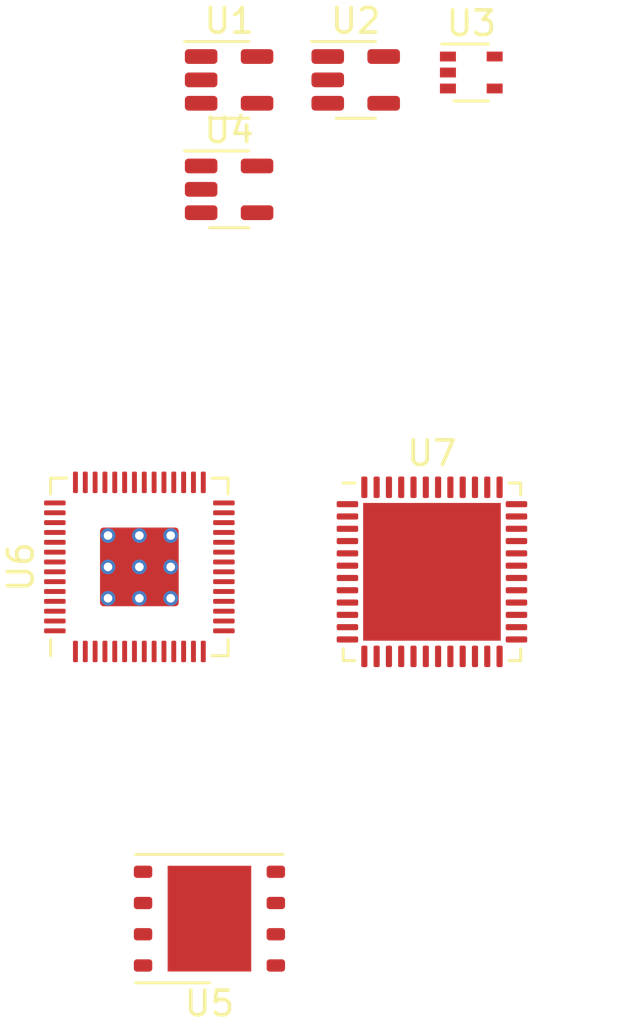
<source format=kicad_pcb>
(kicad_pcb (version 20211014) (generator pcbnew)
  (layers (0 "F.Cu" signal) (31 "B.Cu" signal) (34 "B.Paste" user) (35 "F.Paste" user) (36 "B.SilkS" user "B.Silkscreen") (37 "F.SilkS" user "F.Silkscreen") (38 "B.Mask" user) (39 "F.Mask" user) (44 "Edge.Cuts" user))
  (net 0 "")
  (net 1 "+3V3")
  (net 2 "GND")
  (net 3 "/Power supplies/VBUS")
  (net 5 "+2V5")
  (net 7 "+1V8")
  (net 9 "+1V2")
  (net 10 "/RP2040/CDONE")
  (net 11 "/Flash/SPI_ICE_SD1")
  (net 12 "/Flash/SPI_CLK_ICE")
  (net 13 "/Flash/SPI_~{CS}_ICE")
  (net 14 "/Flash/SPI_ICE_SD0")
  (net 15 "/RP2040/DQ1")
  (net 16 "/RP2040/DQ0")
  (net 17 "/RP2040/DQ3")
  (net 18 "/RP2040/DQ2")
  (net 19 "/RP2040/DQ4")
  (net 20 "/RP2040/DQ5")
  (net 21 "/RP2040/DQ6")
  (net 22 "/RP2040/DQ7")
  (net 23 "/IO/ICELED0")
  (net 24 "/IO/ICELED1")
  (net 25 "/IO/ICELED2")
  (net 26 "/Flash/SPI_~{CS}_RP")
  (net 27 "/Flash/SPI_CLK_RP")
  (net 28 "/RP2040/DP")
  (net 29 "/RP2040/DM")
  (net 30 "/IO/RPADC3")
  (net 31 "/IO/RPADC2")
  (net 32 "/IO/RPADC1")
  (net 33 "/IO/RPADC0")
  (net 34 "/IO/RX")
  (net 35 "/IO/TX")
  (net 36 "/IO/~{RESET}")
  (net 37 "/IO/SWDIO")
  (net 38 "/IO/SWCLK")
  (net 39 "/iCE40/R2IRQ")
  (net 40 "/iCE40/R2IACK")
  (net 41 "/iCE40/I2RRQ")
  (net 42 "/iCE40/I2RACK")
  (net 43 "/RP2040/R2IRQ")
  (net 44 "/RP2040/~{CRESET}")
  (net 45 "/RP2040/R2IACK")
  (net 46 "/RP2040/I2RRQ")
  (net 47 "/RP2040/I2RACK")
  (net 48 "/IO/RPIO7")
  (net 49 "/IO/RPIO6")
  (net 50 "/IO/RPIO5")
  (net 51 "/IO/RPIO4")
  (net 52 "/IO/RPIO3")
  (net 53 "/IO/RPIO2")
  (net 54 "/IO/RPIO1")
  (net 55 "/IO/RPIO0")
  (net 56 "/IO/RPLED1")
  (net 57 "/IO/RPLED0")
  (net 58 "/RP2040/DVDD")
  (net 59 "/RP2040/VREG_OUT")
  (net 60 "/RP2040/VREG_IN")
  (net 61 "/RP2040/XOUT")
  (net 62 "/RP2040/XIN")
  (net 63 "/RP2040/IOVDD")
  (net 64 "/RP2040/USB_VDD")
  (net 65 "/RP2040/ADC_VDD")
  (net 66 "/iCE40/ICEVCC")
  (net 67 "/iCE40/ICEIO0")
  (net 68 "/iCE40/ICEIO2")
  (net 69 "/iCE40/ICEIO5")
  (net 70 "/iCE40/ICEIO4")
  (net 71 "/iCE40/ICEIO3")
  (net 72 "/iCE40/ICEIO1")
  (net 73 "/iCE40/ICELVIO1")
  (net 74 "/iCE40/VPP_2V5")
  (net 75 "/iCE40/ICELVIO0")
  (net 76 "/iCE40/ICELVIO3")
  (net 77 "/iCE40/ICELVIO2")
  (net 78 "/iCE40/ICELVIO4")
  (net 79 "/iCE40/VCCPLL")
  (net 80 "/iCE40/ICELVIO5")
  (net 81 "/iCE40/ICELVIO6")
  (net 82 "/iCE40/VDD_LVIO")
  (net 83 "/iCE40/ICELVIO7")
  (net 84 "/iCE40/ICELVIO9")
  (net 85 "/iCE40/ICELVIO10")
  (net 86 "/iCE40/ICELVIO8")
  (net 87 "/iCE40/ICELVIO12")
  (net 88 "/iCE40/ICELVIO13")
  (net 89 "/iCE40/ICELVIO11")
  (net 90 "/iCE40/ICERST")
  (net 91 "/Flash/~{CS}")
  (net 92 "/Flash/DO{slash}1")
  (net 93 "/Flash/IO2")
  (net 94 "/Flash/DI{slash}0")
  (net 95 "/Flash/CLK")
  (net 96 "/Flash/IO3")
  (net 97 "/Flash/SPI_RP_SD1")
  (net 98 "/Flash/SPI_RP_SD2")
  (net 99 "/Flash/SPI_RP_SD0")
  (net 100 "/Flash/SPI_RP_SD3")
  (footprint "Package_TO_SOT_SMD:SOT-353_SC-70-5" (layer "F.Cu") (at 125 81.4)
    (fp_text reference "U3" (at 0 -2) (layer "F.SilkS"))
    (fp_text value "MIC5366-1.8YC5")
    (fp_line (start 0.7 -1.16) (end -1.2 -1.16) (layer "F.SilkS") (width 0.12))
    (fp_line (start -0.7 1.16) (end 0.7 1.16) (layer "F.SilkS") (width 0.12))
    (pad "1" smd rect (at -0.95 -0.65) (size 0.65 0.4) (layers "F.Cu" "F.Paste" "F.Mask") (net 1 "+3V3"))
    (pad "2" smd rect (at -0.95 0) (size 0.65 0.4) (layers "F.Cu" "F.Paste" "F.Mask") (net 2 "GND"))
    (pad "3" smd rect (at -0.95 0.65) (size 0.65 0.4) (layers "F.Cu" "F.Paste" "F.Mask") (net 1 "+3V3"))
    (pad "4" smd rect (at 0.95 0.65) (size 0.65 0.4) (layers "F.Cu" "F.Paste" "F.Mask"))
    (pad "5" smd rect (at 0.95 -0.65) (size 0.65 0.4) (layers "F.Cu" "F.Paste" "F.Mask") (net 7 "+1V8"))
  )
  (footprint "MCU_RaspberryPi_and_Boards:RP2040-QFN-56" (layer "F.Cu") (at 111.5 101.5 90)
    (fp_text reference "U6" (at 0 -4.82 90) (layer "F.SilkS"))
    (fp_text value "RP2040")
    (fp_line (start -3.61 3.61) (end -3.61 2.96) (layer "F.SilkS") (width 0.12))
    (fp_line (start 2.96 -3.61) (end 3.61 -3.61) (layer "F.SilkS") (width 0.12))
    (fp_line (start 2.96 3.61) (end 3.61 3.61) (layer "F.SilkS") (width 0.12))
    (fp_line (start 3.61 3.61) (end 3.61 2.96) (layer "F.SilkS") (width 0.12))
    (fp_line (start -2.96 3.61) (end -3.61 3.61) (layer "F.SilkS") (width 0.12))
    (fp_line (start -2.96 -3.61) (end -3.61 -3.61) (layer "F.SilkS") (width 0.12))
    (fp_line (start 3.61 -3.61) (end 3.61 -2.96) (layer "F.SilkS") (width 0.12))
    (pad "1" smd roundrect locked (at -3.4375 -2.6 90) (size 0.875 0.2) (layers "F.Cu" "F.Paste" "F.Mask") (net 63 "/RP2040/IOVDD"))
    (pad "2" smd roundrect locked (at -3.4375 -2.2 90) (size 0.875 0.2) (layers "F.Cu" "F.Paste" "F.Mask") (net 35 "/IO/TX"))
    (pad "3" smd roundrect locked (at -3.4375 -1.8 90) (size 0.875 0.2) (layers "F.Cu" "F.Paste" "F.Mask") (net 34 "/IO/RX"))
    (pad "4" smd roundrect locked (at -3.4375 -1.4 90) (size 0.875 0.2) (layers "F.Cu" "F.Paste" "F.Mask") (net 55 "/IO/RPIO0"))
    (pad "5" smd roundrect locked (at -3.4375 -1 90) (size 0.875 0.2) (layers "F.Cu" "F.Paste" "F.Mask") (net 54 "/IO/RPIO1"))
    (pad "6" smd roundrect locked (at -3.4375 -0.6 90) (size 0.875 0.2) (layers "F.Cu" "F.Paste" "F.Mask") (net 53 "/IO/RPIO2"))
    (pad "7" smd roundrect locked (at -3.4375 -0.2 90) (size 0.875 0.2) (layers "F.Cu" "F.Paste" "F.Mask") (net 52 "/IO/RPIO3"))
    (pad "8" smd roundrect locked (at -3.4375 0.2 90) (size 0.875 0.2) (layers "F.Cu" "F.Paste" "F.Mask") (net 51 "/IO/RPIO4"))
    (pad "9" smd roundrect locked (at -3.4375 0.6 90) (size 0.875 0.2) (layers "F.Cu" "F.Paste" "F.Mask") (net 50 "/IO/RPIO5"))
    (pad "10" smd roundrect locked (at -3.4375 1 90) (size 0.875 0.2) (layers "F.Cu" "F.Paste" "F.Mask") (net 63 "/RP2040/IOVDD"))
    (pad "11" smd roundrect locked (at -3.4375 1.4 90) (size 0.875 0.2) (layers "F.Cu" "F.Paste" "F.Mask") (net 49 "/IO/RPIO6"))
    (pad "12" smd roundrect locked (at -3.4375 1.8 90) (size 0.875 0.2) (layers "F.Cu" "F.Paste" "F.Mask") (net 48 "/IO/RPIO7"))
    (pad "13" smd roundrect locked (at -3.4375 2.2 90) (size 0.875 0.2) (layers "F.Cu" "F.Paste" "F.Mask") (net 47 "/RP2040/I2RACK"))
    (pad "14" smd roundrect locked (at -3.4375 2.6 90) (size 0.875 0.2) (layers "F.Cu" "F.Paste" "F.Mask") (net 46 "/RP2040/I2RRQ"))
    (pad "15" smd roundrect locked (at -2.6 3.4375 90) (size 0.2 0.875) (layers "F.Cu" "F.Paste" "F.Mask") (net 45 "/RP2040/R2IACK"))
    (pad "16" smd roundrect locked (at -2.2 3.4375 90) (size 0.2 0.875) (layers "F.Cu" "F.Paste" "F.Mask") (net 44 "/RP2040/~{CRESET}"))
    (pad "17" smd roundrect locked (at -1.8 3.4375 90) (size 0.2 0.875) (layers "F.Cu" "F.Paste" "F.Mask") (net 10 "/RP2040/CDONE"))
    (pad "18" smd roundrect locked (at -1.4 3.4375 90) (size 0.2 0.875) (layers "F.Cu" "F.Paste" "F.Mask") (net 43 "/RP2040/R2IRQ"))
    (pad "19" smd roundrect locked (at -1 3.4375 90) (size 0.2 0.875) (layers "F.Cu" "F.Paste" "F.Mask") (net 2 "GND"))
    (pad "20" smd roundrect locked (at -0.6 3.4375 90) (size 0.2 0.875) (layers "F.Cu" "F.Paste" "F.Mask") (net 62 "/RP2040/XIN"))
    (pad "21" smd roundrect locked (at -0.2 3.4375 90) (size 0.2 0.875) (layers "F.Cu" "F.Paste" "F.Mask") (net 61 "/RP2040/XOUT"))
    (pad "22" smd roundrect locked (at 0.2 3.4375 90) (size 0.2 0.875) (layers "F.Cu" "F.Paste" "F.Mask") (net 63 "/RP2040/IOVDD"))
    (pad "23" smd roundrect locked (at 0.6 3.4375 90) (size 0.2 0.875) (layers "F.Cu" "F.Paste" "F.Mask") (net 58 "/RP2040/DVDD"))
    (pad "24" smd roundrect locked (at 1 3.4375 90) (size 0.2 0.875) (layers "F.Cu" "F.Paste" "F.Mask") (net 38 "/IO/SWCLK"))
    (pad "25" smd roundrect locked (at 1.4 3.4375 90) (size 0.2 0.875) (layers "F.Cu" "F.Paste" "F.Mask") (net 37 "/IO/SWDIO"))
    (pad "26" smd roundrect locked (at 1.8 3.4375 90) (size 0.2 0.875) (layers "F.Cu" "F.Paste" "F.Mask") (net 36 "/IO/~{RESET}"))
    (pad "27" smd roundrect locked (at 2.2 3.4375 90) (size 0.2 0.875) (layers "F.Cu" "F.Paste" "F.Mask") (net 16 "/RP2040/DQ0"))
    (pad "28" smd roundrect locked (at 2.6 3.4375 90) (size 0.2 0.875) (layers "F.Cu" "F.Paste" "F.Mask") (net 15 "/RP2040/DQ1"))
    (pad "29" smd roundrect locked (at 3.4375 2.6 90) (size 0.875 0.2) (layers "F.Cu" "F.Paste" "F.Mask") (net 18 "/RP2040/DQ2"))
    (pad "30" smd roundrect locked (at 3.4375 2.2 90) (size 0.875 0.2) (layers "F.Cu" "F.Paste" "F.Mask") (net 17 "/RP2040/DQ3"))
    (pad "31" smd roundrect locked (at 3.4375 1.8 90) (size 0.875 0.2) (layers "F.Cu" "F.Paste" "F.Mask") (net 19 "/RP2040/DQ4"))
    (pad "32" smd roundrect locked (at 3.4375 1.4 90) (size 0.875 0.2) (layers "F.Cu" "F.Paste" "F.Mask") (net 20 "/RP2040/DQ5"))
    (pad "33" smd roundrect locked (at 3.4375 1 90) (size 0.875 0.2) (layers "F.Cu" "F.Paste" "F.Mask") (net 63 "/RP2040/IOVDD"))
    (pad "34" smd roundrect locked (at 3.4375 0.6 90) (size 0.875 0.2) (layers "F.Cu" "F.Paste" "F.Mask") (net 21 "/RP2040/DQ6"))
    (pad "35" smd roundrect locked (at 3.4375 0.2 90) (size 0.875 0.2) (layers "F.Cu" "F.Paste" "F.Mask") (net 22 "/RP2040/DQ7"))
    (pad "36" smd roundrect locked (at 3.4375 -0.2 90) (size 0.875 0.2) (layers "F.Cu" "F.Paste" "F.Mask") (net 57 "/IO/RPLED0"))
    (pad "37" smd roundrect locked (at 3.4375 -0.6 90) (size 0.875 0.2) (layers "F.Cu" "F.Paste" "F.Mask") (net 56 "/IO/RPLED1"))
    (pad "38" smd roundrect locked (at 3.4375 -1 90) (size 0.875 0.2) (layers "F.Cu" "F.Paste" "F.Mask") (net 33 "/IO/RPADC0"))
    (pad "39" smd roundrect locked (at 3.4375 -1.4 90) (size 0.875 0.2) (layers "F.Cu" "F.Paste" "F.Mask") (net 32 "/IO/RPADC1"))
    (pad "40" smd roundrect locked (at 3.4375 -1.8 90) (size 0.875 0.2) (layers "F.Cu" "F.Paste" "F.Mask") (net 31 "/IO/RPADC2"))
    (pad "41" smd roundrect locked (at 3.4375 -2.2 90) (size 0.875 0.2) (layers "F.Cu" "F.Paste" "F.Mask") (net 30 "/IO/RPADC3"))
    (pad "42" smd roundrect locked (at 3.4375 -2.6 90) (size 0.875 0.2) (layers "F.Cu" "F.Paste" "F.Mask") (net 63 "/RP2040/IOVDD"))
    (pad "43" smd roundrect locked (at 2.6 -3.4375 90) (size 0.2 0.875) (layers "F.Cu" "F.Paste" "F.Mask") (net 65 "/RP2040/ADC_VDD"))
    (pad "44" smd roundrect locked (at 2.2 -3.4375 90) (size 0.2 0.875) (layers "F.Cu" "F.Paste" "F.Mask") (net 60 "/RP2040/VREG_IN"))
    (pad "45" smd roundrect locked (at 1.8 -3.4375 90) (size 0.2 0.875) (layers "F.Cu" "F.Paste" "F.Mask") (net 59 "/RP2040/VREG_OUT"))
    (pad "46" smd roundrect locked (at 1.4 -3.4375 90) (size 0.2 0.875) (layers "F.Cu" "F.Paste" "F.Mask") (net 29 "/RP2040/DM"))
    (pad "47" smd roundrect locked (at 1 -3.4375 90) (size 0.2 0.875) (layers "F.Cu" "F.Paste" "F.Mask") (net 28 "/RP2040/DP"))
    (pad "48" smd roundrect locked (at 0.6 -3.4375 90) (size 0.2 0.875) (layers "F.Cu" "F.Paste" "F.Mask") (net 64 "/RP2040/USB_VDD"))
    (pad "49" smd roundrect locked (at 0.2 -3.4375 90) (size 0.2 0.875) (layers "F.Cu" "F.Paste" "F.Mask") (net 63 "/RP2040/IOVDD"))
    (pad "50" smd roundrect locked (at -0.2 -3.4375 90) (size 0.2 0.875) (layers "F.Cu" "F.Paste" "F.Mask") (net 58 "/RP2040/DVDD"))
    (pad "51" smd roundrect locked (at -0.6 -3.4375 90) (size 0.2 0.875) (layers "F.Cu" "F.Paste" "F.Mask") (net 100 "/Flash/SPI_RP_SD3"))
    (pad "52" smd roundrect locked (at -1 -3.4375 90) (size 0.2 0.875) (layers "F.Cu" "F.Paste" "F.Mask") (net 27 "/Flash/SPI_CLK_RP"))
    (pad "53" smd roundrect locked (at -1.4 -3.4375 90) (size 0.2 0.875) (layers "F.Cu" "F.Paste" "F.Mask") (net 99 "/Flash/SPI_RP_SD0"))
    (pad "54" smd roundrect locked (at -1.8 -3.4375 90) (size 0.2 0.875) (layers "F.Cu" "F.Paste" "F.Mask") (net 98 "/Flash/SPI_RP_SD2"))
    (pad "55" smd roundrect locked (at -2.2 -3.4375 90) (size 0.2 0.875) (layers "F.Cu" "F.Paste" "F.Mask") (net 97 "/Flash/SPI_RP_SD1"))
    (pad "56" smd roundrect locked (at -2.6 -3.4375 90) (size 0.2 0.875) (layers "F.Cu" "F.Paste" "F.Mask") (net 26 "/Flash/SPI_~{CS}_RP"))
    (pad "57" thru_hole circle locked (at 1.275 1.275 90) (size 0.6 0.6) (drill 0.35) (layers *.Cu) (net 2 "GND"))
    (pad "57" thru_hole circle locked (at 1.275 -1.275 90) (size 0.6 0.6) (drill 0.35) (layers *.Cu) (net 2 "GND"))
    (pad "57" thru_hole circle locked (at 0 -1.275 90) (size 0.6 0.6) (drill 0.35) (layers *.Cu) (net 2 "GND"))
    (pad "57" thru_hole circle locked (at -1.275 0 90) (size 0.6 0.6) (drill 0.35) (layers *.Cu) (net 2 "GND"))
    (pad "57" thru_hole circle locked (at -1.275 -1.275 90) (size 0.6 0.6) (drill 0.35) (layers *.Cu) (net 2 "GND"))
    (pad "57" smd roundrect locked (at 0 0 90) (size 3.2 3.2) (layers "F.Cu" "F.Mask") (roundrect_rratio 0.045) (net 2 "GND"))
    (pad "57" thru_hole circle locked (at 0 0 90) (size 0.6 0.6) (drill 0.35) (layers *.Cu) (net 2 "GND"))
    (pad "57" thru_hole circle locked (at -1.275 1.275 90) (size 0.6 0.6) (drill 0.35) (layers *.Cu) (net 2 "GND"))
    (pad "57" thru_hole circle locked (at 0 1.275 90) (size 0.6 0.6) (drill 0.35) (layers *.Cu) (net 2 "GND"))
    (pad "57" thru_hole circle locked (at 1.275 0 90) (size 0.6 0.6) (drill 0.35) (layers *.Cu) (net 2 "GND"))
  )
  (footprint "Package_DFN_QFN:QFN-48-1EP_7x7mm_P0.5mm_EP5.6x5.6mm" (layer "F.Cu") (at 123.4 101.7)
    (fp_text reference "U7" (at 0 -4.82) (layer "F.SilkS"))
    (fp_text value "ICE5LP1K-SG48")
    (fp_line (start 3.135 3.61) (end 3.61 3.61) (layer "F.SilkS") (width 0.12))
    (fp_line (start -3.135 3.61) (end -3.61 3.61) (layer "F.SilkS") (width 0.12))
    (fp_line (start 3.61 3.61) (end 3.61 3.135) (layer "F.SilkS") (width 0.12))
    (fp_line (start -3.135 -3.61) (end -3.61 -3.61) (layer "F.SilkS") (width 0.12))
    (fp_line (start 3.61 -3.61) (end 3.61 -3.135) (layer "F.SilkS") (width 0.12))
    (fp_line (start -3.61 3.61) (end -3.61 3.135) (layer "F.SilkS") (width 0.12))
    (fp_line (start 3.135 -3.61) (end 3.61 -3.61) (layer "F.SilkS") (width 0.12))
    (pad "1" smd roundrect (at -3.4375 -2.75) (size 0.875 0.25) (layers "F.Cu" "F.Paste" "F.Mask") (net 1 "+3V3"))
    (pad "2" smd roundrect (at -3.4375 -2.25) (size 0.875 0.25) (layers "F.Cu" "F.Paste" "F.Mask") (net 18 "/RP2040/DQ2"))
    (pad "3" smd roundrect (at -3.4375 -1.75) (size 0.875 0.25) (layers "F.Cu" "F.Paste" "F.Mask") (net 15 "/RP2040/DQ1"))
    (pad "4" smd roundrect (at -3.4375 -1.25) (size 0.875 0.25) (layers "F.Cu" "F.Paste" "F.Mask") (net 16 "/RP2040/DQ0"))
    (pad "5" smd roundrect (at -3.4375 -0.75) (size 0.875 0.25) (layers "F.Cu" "F.Paste" "F.Mask") (net 66 "/iCE40/ICEVCC"))
    (pad "6" smd roundrect (at -3.4375 -0.25) (size 0.875 0.25) (layers "F.Cu" "F.Paste" "F.Mask") (net 39 "/iCE40/R2IRQ"))
    (pad "7" smd roundrect (at -3.4375 0.25) (size 0.875 0.25) (layers "F.Cu" "F.Paste" "F.Mask") (net 10 "/RP2040/CDONE"))
    (pad "8" smd roundrect (at -3.4375 0.75) (size 0.875 0.25) (layers "F.Cu" "F.Paste" "F.Mask") (net 90 "/iCE40/ICERST"))
    (pad "9" smd roundrect (at -3.4375 1.25) (size 0.875 0.25) (layers "F.Cu" "F.Paste" "F.Mask") (net 40 "/iCE40/R2IACK"))
    (pad "10" smd roundrect (at -3.4375 1.75) (size 0.875 0.25) (layers "F.Cu" "F.Paste" "F.Mask") (net 41 "/iCE40/I2RRQ"))
    (pad "11" smd roundrect (at -3.4375 2.25) (size 0.875 0.25) (layers "F.Cu" "F.Paste" "F.Mask") (net 42 "/iCE40/I2RACK"))
    (pad "12" smd roundrect (at -3.4375 2.75) (size 0.875 0.25) (layers "F.Cu" "F.Paste" "F.Mask") (net 67 "/iCE40/ICEIO0"))
    (pad "13" smd roundrect (at -2.75 3.4375) (size 0.25 0.875) (layers "F.Cu" "F.Paste" "F.Mask") (net 72 "/iCE40/ICEIO1"))
    (pad "14" smd roundrect (at -2.25 3.4375) (size 0.25 0.875) (layers "F.Cu" "F.Paste" "F.Mask") (net 11 "/Flash/SPI_ICE_SD1"))
    (pad "15" smd roundrect (at -1.75 3.4375) (size 0.25 0.875) (layers "F.Cu" "F.Paste" "F.Mask") (net 12 "/Flash/SPI_CLK_ICE"))
    (pad "16" smd roundrect (at -1.25 3.4375) (size 0.25 0.875) (layers "F.Cu" "F.Paste" "F.Mask") (net 13 "/Flash/SPI_~{CS}_ICE"))
    (pad "17" smd roundrect (at -0.75 3.4375) (size 0.25 0.875) (layers "F.Cu" "F.Paste" "F.Mask") (net 14 "/Flash/SPI_ICE_SD0"))
    (pad "18" smd roundrect (at -0.25 3.4375) (size 0.25 0.875) (layers "F.Cu" "F.Paste" "F.Mask") (net 68 "/iCE40/ICEIO2"))
    (pad "19" smd roundrect (at 0.25 3.4375) (size 0.25 0.875) (layers "F.Cu" "F.Paste" "F.Mask") (net 71 "/iCE40/ICEIO3"))
    (pad "20" smd roundrect (at 0.75 3.4375) (size 0.25 0.875) (layers "F.Cu" "F.Paste" "F.Mask") (net 70 "/iCE40/ICEIO4"))
    (pad "21" smd roundrect (at 1.25 3.4375) (size 0.25 0.875) (layers "F.Cu" "F.Paste" "F.Mask") (net 69 "/iCE40/ICEIO5"))
    (pad "22" smd roundrect (at 1.75 3.4375) (size 0.25 0.875) (layers "F.Cu" "F.Paste" "F.Mask") (net 1 "+3V3"))
    (pad "23" smd roundrect (at 2.25 3.4375) (size 0.25 0.875) (layers "F.Cu" "F.Paste" "F.Mask") (net 75 "/iCE40/ICELVIO0"))
    (pad "24" smd roundrect (at 2.75 3.4375) (size 0.25 0.875) (layers "F.Cu" "F.Paste" "F.Mask") (net 74 "/iCE40/VPP_2V5"))
    (pad "25" smd roundrect (at 3.4375 2.75) (size 0.875 0.25) (layers "F.Cu" "F.Paste" "F.Mask") (net 73 "/iCE40/ICELVIO1"))
    (pad "26" smd roundrect (at 3.4375 2.25) (size 0.875 0.25) (layers "F.Cu" "F.Paste" "F.Mask") (net 77 "/iCE40/ICELVIO2"))
    (pad "27" smd roundrect (at 3.4375 1.75) (size 0.875 0.25) (layers "F.Cu" "F.Paste" "F.Mask") (net 76 "/iCE40/ICELVIO3"))
    (pad "28" smd roundrect (at 3.4375 1.25) (size 0.875 0.25) (layers "F.Cu" "F.Paste" "F.Mask") (net 78 "/iCE40/ICELVIO4"))
    (pad "29" smd roundrect (at 3.4375 0.75) (size 0.875 0.25) (layers "F.Cu" "F.Paste" "F.Mask") (net 79 "/iCE40/VCCPLL"))
    (pad "30" smd roundrect (at 3.4375 0.25) (size 0.875 0.25) (layers "F.Cu" "F.Paste" "F.Mask") (net 66 "/iCE40/ICEVCC"))
    (pad "31" smd roundrect (at 3.4375 -0.25) (size 0.875 0.25) (layers "F.Cu" "F.Paste" "F.Mask") (net 80 "/iCE40/ICELVIO5"))
    (pad "32" smd roundrect (at 3.4375 -0.75) (size 0.875 0.25) (layers "F.Cu" "F.Paste" "F.Mask") (net 81 "/iCE40/ICELVIO6"))
    (pad "33" smd roundrect (at 3.4375 -1.25) (size 0.875 0.25) (layers "F.Cu" "F.Paste" "F.Mask") (net 82 "/iCE40/VDD_LVIO"))
    (pad "34" smd roundrect (at 3.4375 -1.75) (size 0.875 0.25) (layers "F.Cu" "F.Paste" "F.Mask") (net 83 "/iCE40/ICELVIO7"))
    (pad "35" smd roundrect (at 3.4375 -2.25) (size 0.875 0.25) (layers "F.Cu" "F.Paste" "F.Mask") (net 86 "/iCE40/ICELVIO8"))
    (pad "36" smd roundrect (at 3.4375 -2.75) (size 0.875 0.25) (layers "F.Cu" "F.Paste" "F.Mask") (net 84 "/iCE40/ICELVIO9"))
    (pad "37" smd roundrect (at 2.75 -3.4375) (size 0.25 0.875) (layers "F.Cu" "F.Paste" "F.Mask") (net 85 "/iCE40/ICELVIO10"))
    (pad "38" smd roundrect (at 2.25 -3.4375) (size 0.25 0.875) (layers "F.Cu" "F.Paste" "F.Mask") (net 89 "/iCE40/ICELVIO11"))
    (pad "39" smd roundrect (at 1.75 -3.4375) (size 0.25 0.875) (layers "F.Cu" "F.Paste" "F.Mask") (net 23 "/IO/ICELED0"))
    (pad "40" smd roundrect (at 1.25 -3.4375) (size 0.25 0.875) (layers "F.Cu" "F.Paste" "F.Mask") (net 24 "/IO/ICELED1"))
    (pad "41" smd roundrect (at 0.75 -3.4375) (size 0.25 0.875) (layers "F.Cu" "F.Paste" "F.Mask") (net 25 "/IO/ICELED2"))
    (pad "42" smd roundrect (at 0.25 -3.4375) (size 0.25 0.875) (layers "F.Cu" "F.Paste" "F.Mask") (net 87 "/iCE40/ICELVIO12"))
    (pad "43" smd roundrect (at -0.25 -3.4375) (size 0.25 0.875) (layers "F.Cu" "F.Paste" "F.Mask") (net 88 "/iCE40/ICELVIO13"))
    (pad "44" smd roundrect (at -0.75 -3.4375) (size 0.25 0.875) (layers "F.Cu" "F.Paste" "F.Mask") (net 22 "/RP2040/DQ7"))
    (pad "45" smd roundrect (at -1.25 -3.4375) (size 0.25 0.875) (layers "F.Cu" "F.Paste" "F.Mask") (net 21 "/RP2040/DQ6"))
    (pad "46" smd roundrect (at -1.75 -3.4375) (size 0.25 0.875) (layers "F.Cu" "F.Paste" "F.Mask") (net 20 "/RP2040/DQ5"))
    (pad "47" smd roundrect (at -2.25 -3.4375) (size 0.25 0.875) (layers "F.Cu" "F.Paste" "F.Mask") (net 19 "/RP2040/DQ4"))
    (pad "48" smd roundrect (at -2.75 -3.4375) (size 0.25 0.875) (layers "F.Cu" "F.Paste" "F.Mask") (net 17 "/RP2040/DQ3"))
    (pad "49" smd rect (at 0 0) (size 5.6 5.6) (layers "F.Cu" "F.Mask") (net 2 "GND"))
  )
  (footprint "Package_TO_SOT_SMD:SOT-23-5" (layer "F.Cu") (at 115.15 81.7)
    (fp_text reference "U1" (at 0 -2.4) (layer "F.SilkS"))
    (fp_text value "AP2112K-3.3")
    (fp_line (start 0 -1.56) (end 0.8 -1.56) (layer "F.SilkS") (width 0.12))
    (fp_line (start 0 -1.56) (end -1.8 -1.56) (layer "F.SilkS") (width 0.12))
    (fp_line (start 0 1.56) (end 0.8 1.56) (layer "F.SilkS") (width 0.12))
    (fp_line (start 0 1.56) (end -0.8 1.56) (layer "F.SilkS") (width 0.12))
    (pad "1" smd roundrect (at -1.1375 -0.95) (size 1.325 0.6) (layers "F.Cu" "F.Paste" "F.Mask") (net 3 "/Power supplies/VBUS"))
    (pad "2" smd roundrect (at -1.1375 0) (size 1.325 0.6) (layers "F.Cu" "F.Paste" "F.Mask") (net 2 "GND"))
    (pad "3" smd roundrect (at -1.1375 0.95) (size 1.325 0.6) (layers "F.Cu" "F.Paste" "F.Mask") (net 3 "/Power supplies/VBUS"))
    (pad "4" smd roundrect (at 1.1375 0.95) (size 1.325 0.6) (layers "F.Cu" "F.Paste" "F.Mask"))
    (pad "5" smd roundrect (at 1.1375 -0.95) (size 1.325 0.6) (layers "F.Cu" "F.Paste" "F.Mask") (net 1 "+3V3"))
  )
  (footprint "Package_TO_SOT_SMD:TSOT-23-5" (layer "F.Cu") (at 120.3 81.7)
    (fp_text reference "U2" (at 0 -2.4) (layer "F.SilkS"))
    (fp_text value "NCP115ASN250T2G")
    (fp_line (start 0 1.56) (end 0.8 1.56) (layer "F.SilkS") (width 0.12))
    (fp_line (start 0 -1.56) (end 0.8 -1.56) (layer "F.SilkS") (width 0.12))
    (fp_line (start 0 1.56) (end -0.8 1.56) (layer "F.SilkS") (width 0.12))
    (fp_line (start 0 -1.56) (end -1.8 -1.56) (layer "F.SilkS") (width 0.12))
    (pad "1" smd roundrect (at -1.1375 -0.95) (size 1.325 0.6) (layers "F.Cu" "F.Paste" "F.Mask") (net 5 "+2V5"))
    (pad "2" smd roundrect (at -1.1375 0) (size 1.325 0.6) (layers "F.Cu" "F.Paste" "F.Mask") (net 2 "GND"))
    (pad "3" smd roundrect (at -1.1375 0.95) (size 1.325 0.6) (layers "F.Cu" "F.Paste" "F.Mask") (net 1 "+3V3"))
    (pad "4" smd roundrect (at 1.1375 0.95) (size 1.325 0.6) (layers "F.Cu" "F.Paste" "F.Mask") (net 1 "+3V3"))
    (pad "5" smd roundrect (at 1.1375 -0.95) (size 1.325 0.6) (layers "F.Cu" "F.Paste" "F.Mask") (net 2 "GND"))
  )
  (footprint "Package_TO_SOT_SMD:TSOT-23-5" (layer "F.Cu") (at 115.15 86.15)
    (fp_text reference "U4" (at 0 -2.4) (layer "F.SilkS"))
    (fp_text value "NCV8114ASN120T1G")
    (fp_line (start 0 1.56) (end 0.8 1.56) (layer "F.SilkS") (width 0.12))
    (fp_line (start 0 -1.56) (end 0.8 -1.56) (layer "F.SilkS") (width 0.12))
    (fp_line (start 0 1.56) (end -0.8 1.56) (layer "F.SilkS") (width 0.12))
    (fp_line (start 0 -1.56) (end -1.8 -1.56) (layer "F.SilkS") (width 0.12))
    (pad "1" smd roundrect (at -1.1375 -0.95) (size 1.325 0.6) (layers "F.Cu" "F.Paste" "F.Mask") (net 1 "+3V3"))
    (pad "2" smd roundrect (at -1.1375 0) (size 1.325 0.6) (layers "F.Cu" "F.Paste" "F.Mask") (net 2 "GND"))
    (pad "3" smd roundrect (at -1.1375 0.95) (size 1.325 0.6) (layers "F.Cu" "F.Paste" "F.Mask") (net 1 "+3V3"))
    (pad "4" smd roundrect (at 1.1375 0.95) (size 1.325 0.6) (layers "F.Cu" "F.Paste" "F.Mask"))
    (pad "5" smd roundrect (at 1.1375 -0.95) (size 1.325 0.6) (layers "F.Cu" "F.Paste" "F.Mask") (net 9 "+1V2"))
  )
  (footprint "Package_SON:WSON-8-1EP_6x5mm_P1.27mm_EP3.4x4.3mm" (layer "F.Cu") (at 114.35 115.8 180)
    (fp_text reference "U5" (at 0 -3.45) (layer "F.SilkS"))
    (fp_text value "W25Q32JVZP")
    (fp_line (start -3 2.61) (end 3 2.61) (layer "F.SilkS") (width 0.12))
    (fp_line (start 0 -2.61) (end 3 -2.61) (layer "F.SilkS") (width 0.12))
    (pad "1" smd roundrect (at -2.7 -1.905 180) (size 0.75 0.5) (layers "F.Cu" "F.Paste" "F.Mask") (net 91 "/Flash/~{CS}"))
    (pad "2" smd roundrect (at -2.7 -0.635 180) (size 0.75 0.5) (layers "F.Cu" "F.Paste" "F.Mask") (net 92 "/Flash/DO{slash}1"))
    (pad "3" smd roundrect (at -2.7 0.635 180) (size 0.75 0.5) (layers "F.Cu" "F.Paste" "F.Mask") (net 93 "/Flash/IO2"))
    (pad "4" smd roundrect (at -2.7 1.905 180) (size 0.75 0.5) (layers "F.Cu" "F.Paste" "F.Mask") (net 2 "GND"))
    (pad "5" smd roundrect (at 2.7 1.905 180) (size 0.75 0.5) (layers "F.Cu" "F.Paste" "F.Mask") (net 94 "/Flash/DI{slash}0"))
    (pad "6" smd roundrect (at 2.7 0.635 180) (size 0.75 0.5) (layers "F.Cu" "F.Paste" "F.Mask") (net 95 "/Flash/CLK"))
    (pad "7" smd roundrect (at 2.7 -0.635 180) (size 0.75 0.5) (layers "F.Cu" "F.Paste" "F.Mask") (net 96 "/Flash/IO3"))
    (pad "8" smd roundrect (at 2.7 -1.905 180) (size 0.75 0.5) (layers "F.Cu" "F.Paste" "F.Mask") (net 1 "+3V3"))
    (pad "9" smd rect (at 0 0 180) (size 3.4 4.3) (layers "F.Cu" "F.Mask") (net 2 "GND"))
  )
)
</source>
